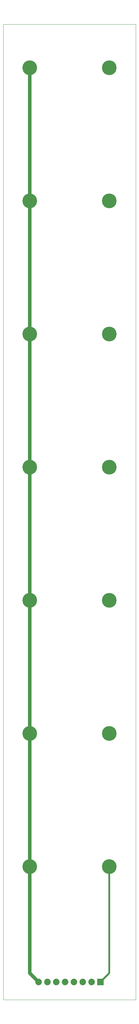
<source format=gtl>
G75*
G70*
%OFA0B0*%
%FSLAX24Y24*%
%IPPOS*%
%LPD*%
%AMOC8*
5,1,8,0,0,1.08239X$1,22.5*
%
%ADD10C,0.0000*%
%ADD11C,0.1660*%
%ADD12R,0.0740X0.0740*%
%ADD13C,0.0740*%
%ADD14C,0.0400*%
%ADD15C,0.0200*%
D10*
X000100Y000100D02*
X000100Y109970D01*
X015092Y109970D01*
X015092Y000100D01*
X000100Y000100D01*
D11*
X003100Y015100D03*
X003100Y030100D03*
X003100Y045100D03*
X003100Y060100D03*
X003100Y075100D03*
X003100Y090100D03*
X003100Y105100D03*
X012100Y105100D03*
X012100Y090100D03*
X012100Y075100D03*
X012100Y060100D03*
X012100Y045100D03*
X012100Y030100D03*
X012100Y015100D03*
D12*
X011100Y002100D03*
D13*
X010100Y002100D03*
X009100Y002100D03*
X008100Y002100D03*
X007100Y002100D03*
X006100Y002100D03*
X005100Y002100D03*
X004100Y002100D03*
D14*
X003100Y003100D01*
X003100Y015100D01*
X003100Y030100D01*
X003100Y045100D01*
X003100Y060100D01*
X003100Y075100D01*
X003100Y090100D01*
X003100Y105100D01*
D15*
X012100Y015100D02*
X012100Y003100D01*
X011100Y002100D01*
M02*

</source>
